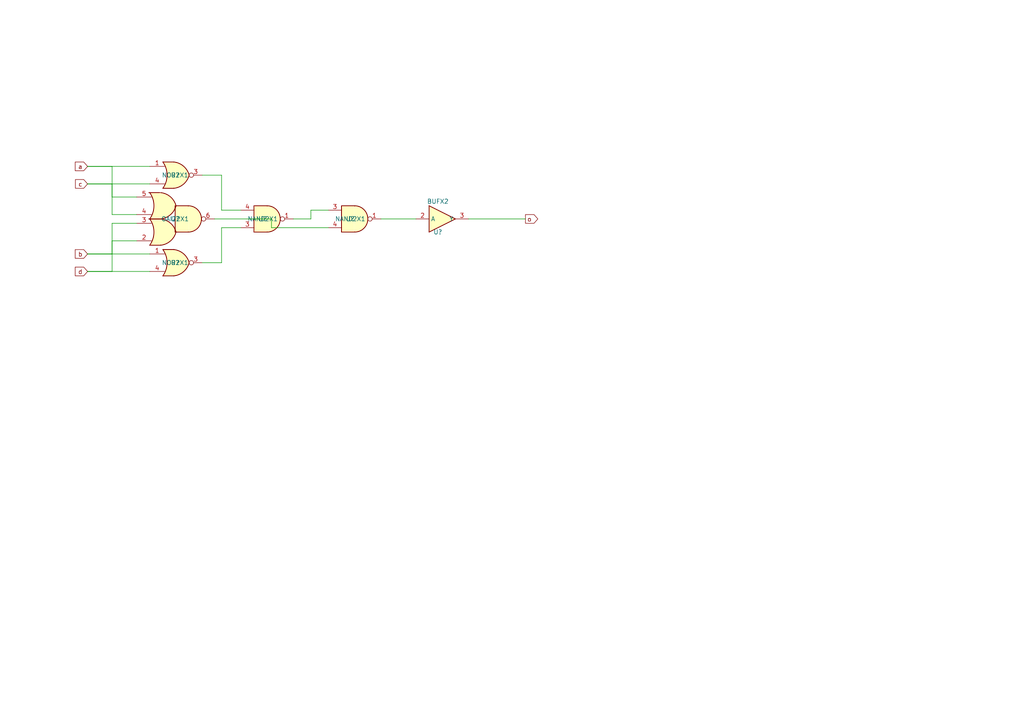
<source format=kicad_sch>
(kicad_sch (version 20200714) (host "asg" "0.1.0")
  (page 1 1)
  (paper "A4")
  (lib_symbols
    (symbol "test:OAI22X1"
      (property "Reference" "U" (at 0 0 0))
      (property "Value" "OAI22X1" (at 0 0 0))
      (symbol "OAI22X1_1_1"
        (arc (start 3.81 -3.81) (end 3.81 3.81) (radius (at 3.81 0) (length 3.81) (angles -89.9 89.9)) (stroke (width 0.254)) (fill (type background)))
        (arc (start -7.366 7.62) (end -7.366 0) (radius (at -12.7 3.81) (length 6.5532) (angles 35.4 -35.4)) (stroke (width 0.254)))
        (arc (start 0.254 3.81) (end -4.1656 7.62) (radius (at -4.7498 2.4892) (length 5.1816) (angles 15 83.7)) (stroke (width 0.254)) (fill (type background)))
        (arc (start 0.254 3.81) (end -4.1656 0) (radius (at -4.7498 5.1308) (length 5.1816) (angles -15 -83.7)) (stroke (width 0.254)) (fill (type background)))
        (arc (start -7.366 0) (end -7.366 -7.62) (radius (at -12.7 -3.81) (length 6.5532) (angles 35.4 -35.4)) (stroke (width 0.254)))
        (arc (start 0.254 -3.81) (end -4.1656 0) (radius (at -4.7498 -5.1308) (length 5.1816) (angles 15 83.7)) (stroke (width 0.254)) (fill (type background)))
        (arc (start 0.254 -3.81) (end -4.1656 -7.62) (radius (at -4.7498 -2.4892) (length 5.1816) (angles -15 -83.7)) (stroke (width 0.254)) (fill (type background)))
        (polyline (pts (xy 3.81 3.81) (xy 0 3.81) (xy 0 -3.81) (xy 3.81 -3.81)) (stroke (width 0.254)) (fill (type background)))
        (polyline (pts (xy -7.366 7.62) (xy -4.191 7.62)) (stroke (width 0.254)) (fill (type background)))
        (polyline (pts (xy -4.191 7.62) (xy -7.366 7.62) (xy -7.366 7.62) (xy -7.112 7.2136) (xy -6.5786 6.0706) (xy -6.2484 4.8514) (xy -6.1722 3.556) (xy -6.3246 2.3114) (xy -6.731 1.0922) (xy -7.366 0) (xy -7.366 0) (xy -4.191 0)) (stroke (width -25.4)) (fill (type background)))
        (polyline (pts (xy -7.62 0) (xy -4.445 0)) (stroke (width 0.254)) (fill (type background)))
        (polyline (pts (xy -7.366 0) (xy -4.191 0)) (stroke (width 0.254)) (fill (type background)))
        (polyline (pts (xy -4.191 0) (xy -7.366 0) (xy -7.366 0) (xy -7.112 -0.4064) (xy -6.5786 -1.5494) (xy -6.2484 -2.7686) (xy -6.1722 -4.064) (xy -6.3246 -5.3086) (xy -6.731 -6.5278) (xy -7.366 -7.62) (xy -7.366 -7.62) (xy -4.191 -7.62)) (stroke (width -25.4)) (fill (type background)))
        (polyline (pts (xy -7.62 -7.62) (xy -4.445 -7.62)) (stroke (width 0.254)) (fill (type background)))
        (pin output inverted (at 11.43 0 180) (length 3.81) (name "~") (number "6"))
        (pin input line (at -11.176 6.35 0) (length 4.318) (name "~") (number "2"))
        (pin input line (at -11.176 1.27 0) (length 4.318) (name "~") (number "3"))
        (pin input line (at -11.176 -1.27 0) (length 4.318) (name "~") (number "4"))
        (pin input line (at -11.176 -6.35 0) (length 4.318) (name "~") (number "5"))
      )
    )
    (symbol "test:NOR2X1"
      (property "Reference" "U" (at 0 0 0))
      (property "Value" "NOR2X1" (at 0 0 0))
      (symbol "NOR2X1_1_1"
        (arc (start -3.556 3.81) (end -3.556 -3.81) (radius (at -8.89 0) (length 6.5532) (angles 35.4 -35.4)) (stroke (width 0.254)))
        (arc (start 4.064 0) (end -0.3556 3.81) (radius (at -0.9398 -1.3208) (length 5.1816) (angles 15 83.7)) (stroke (width 0.254)) (fill (type background)))
        (arc (start 4.064 0) (end -0.3556 -3.81) (radius (at -0.9398 1.3208) (length 5.1816) (angles -15 -83.7)) (stroke (width 0.254)) (fill (type background)))
        (polyline (pts (xy -3.556 -3.81) (xy -0.381 -3.81)) (stroke (width 0.254)) (fill (type background)))
        (polyline (pts (xy -3.556 3.81) (xy -0.381 3.81)) (stroke (width 0.254)) (fill (type background)))
        (polyline (pts (xy -0.381 3.81) (xy -3.556 3.81) (xy -3.556 3.81) (xy -3.302 3.4036) (xy -2.7686 2.2606) (xy -2.4384 1.0414) (xy -2.3622 -0.254) (xy -2.5146 -1.4986) (xy -2.921 -2.7178) (xy -3.556 -3.81) (xy -3.556 -3.81) (xy -0.381 -3.81)) (stroke (width -25.4)) (fill (type background)))
        (pin input line (at -7.366 2.54 0) (length 4.318) (name "~") (number "1"))
        (pin input line (at -7.366 -2.54 0) (length 4.318) (name "~") (number "4"))
        (pin output inverted (at 7.874 0 180) (length 3.81) (name "~") (number "3"))
      )
    )
    (symbol "test:BUFX2"
      (property "Reference" "U" (at 0 3.81 0))
      (property "Value" "BUFX2" (at 0 -5.08 0))
      (symbol "BUFX2_1_0"
        (polyline (pts (xy -2.54 3.81) (xy -2.54 -3.81) (xy 5.08 0) (xy -2.54 3.81)) (stroke (width 0.254)) (fill (type background)))
        (pin input line (at -6.35 0 0) (length 3.81) (name "A") (number "2"))
        (pin output line (at 8.89 0 180) (length 3.81) (name "Y") (number "3"))
      )
    )
    (symbol "test:NAND2X1"
      (property "Reference" "U" (at 0 0 0))
      (property "Value" "NAND2X1" (at 0 0 0))
      (symbol "NAND2X1_1_1"
        (arc (start 1.27 -3.81) (end 1.27 3.81) (radius (at 1.27 0) (length 3.81) (angles -89.9 89.9)) (stroke (width 0.254)) (fill (type background)))
        (polyline (pts (xy 1.27 3.81) (xy -2.54 3.81) (xy -2.54 -3.81) (xy 1.27 -3.81)) (stroke (width 0.254)) (fill (type background)))
        (pin input line (at -6.35 2.54 0) (length 3.81) (name "~") (number "3"))
        (pin input line (at -6.35 -2.54 0) (length 3.81) (name "~") (number "4"))
        (pin output inverted (at 8.89 0 180) (length 3.81) (name "~") (number "1"))
      )
    )
  )
  (symbol (lib_id "test:NOR2X1") (at 50.8 50.8 0) (unit 1)
    (property "Reference" "U?" (at 50.8 50.8 0))
    (property "Value" "NOR2X1" (at 50.8 50.8 0))
  )
  (symbol (lib_id "test:BUFX2") (at 127.0 63.5 0) (unit 1)
    (property "Reference" "U?" (at 127.0 67.31 0))
    (property "Value" "BUFX2" (at 127.0 58.42 0))
  )
  (symbol (lib_id "test:NAND2X1") (at 101.6 63.5 0) (unit 1)
    (property "Reference" "U?" (at 101.6 63.5 0))
    (property "Value" "NAND2X1" (at 101.6 63.5 0))
  )
  (symbol (lib_id "test:NOR2X1") (at 50.8 76.19999999999999 0) (unit 1)
    (property "Reference" "U?" (at 50.8 76.19999999999999 0))
    (property "Value" "NOR2X1" (at 50.8 76.19999999999999 0))
  )
  (symbol (lib_id "test:NAND2X1") (at 76.19999999999999 63.49999999999999 0) (mirror x) (unit 1)
    (property "Reference" "U?" (at 76.19999999999999 63.49999999999999 0))
    (property "Value" "NAND2X1" (at 76.19999999999999 63.49999999999999 0))
  )
  (symbol (lib_id "test:OAI22X1") (at 50.8 63.5 0) (mirror x) (unit 1)
    (property "Reference" "U?" (at 50.8 63.5 0))
    (property "Value" "OAI22X1" (at 50.8 63.5 0))
  )
  (global_label "a" (shape input) (at 25.4 48.26 180))
  (global_label "b" (shape input) (at 25.4 73.65999999999998 180))
  (global_label "c" (shape input) (at 25.4 53.339999999999996 180))
  (global_label "d" (shape input) (at 25.4 78.74 180))
  (global_label "o" (shape output) (at 152.4 63.5 0))
  (wire (pts (xy 25.4 48.26) (xy 43.434 48.26)))
  (wire (pts (xy 25.4 48.26) (xy 32.512 48.26)))
  (wire (pts (xy 32.512 48.26) (xy 32.512 57.15)))
  (wire (pts (xy 32.512 57.15) (xy 39.623999999999995 57.15)))
  (wire (pts (xy 58.674 50.8) (xy 64.262 50.8)))
  (wire (pts (xy 64.262 50.8) (xy 64.262 60.959999999999994)))
  (wire (pts (xy 64.262 60.959999999999994) (xy 69.85 60.959999999999994)))
  (wire (pts (xy 25.4 53.339999999999996) (xy 43.434 53.339999999999996)))
  (wire (pts (xy 25.4 53.339999999999996) (xy 32.512 53.339999999999996)))
  (wire (pts (xy 32.512 53.339999999999996) (xy 32.512 62.23)))
  (wire (pts (xy 32.512 62.23) (xy 39.623999999999995 62.23)))
  (wire (pts (xy 110.49 63.5) (xy 120.65 63.5)))
  (wire (pts (xy 135.89 63.5) (xy 152.4 63.5)))
  (wire (pts (xy 62.23 63.5) (xy 78.74 63.5)))
  (wire (pts (xy 78.74 63.5) (xy 78.74 66.04)))
  (wire (pts (xy 78.74 66.04) (xy 95.25 66.04)))
  (wire (pts (xy 85.08999999999999 63.49999999999999) (xy 90.16999999999999 63.49999999999999)))
  (wire (pts (xy 90.16999999999999 63.49999999999999) (xy 90.16999999999999 60.96)))
  (wire (pts (xy 90.16999999999999 60.96) (xy 95.25 60.96)))
  (wire (pts (xy 25.4 73.65999999999998) (xy 43.434 73.65999999999998)))
  (wire (pts (xy 25.4 73.65999999999998) (xy 32.512 73.65999999999998)))
  (wire (pts (xy 32.512 73.65999999999998) (xy 32.512 69.85)))
  (wire (pts (xy 32.512 69.85) (xy 39.623999999999995 69.85)))
  (wire (pts (xy 58.674 76.19999999999999) (xy 64.262 76.19999999999999)))
  (wire (pts (xy 64.262 76.19999999999999) (xy 64.262 66.03999999999999)))
  (wire (pts (xy 64.262 66.03999999999999) (xy 69.85 66.03999999999999)))
  (wire (pts (xy 25.4 78.74) (xy 43.434 78.74)))
  (wire (pts (xy 25.4 78.74) (xy 32.512 78.74)))
  (wire (pts (xy 32.512 78.74) (xy 32.512 64.77)))
  (wire (pts (xy 32.512 64.77) (xy 39.623999999999995 64.77)))
)
</source>
